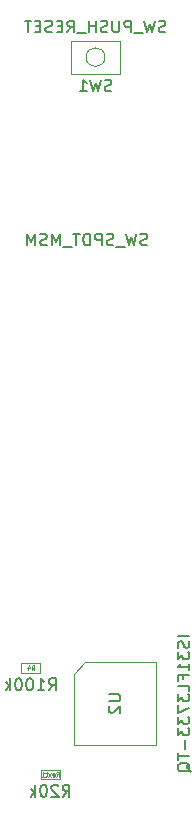
<source format=gbr>
G04 #@! TF.GenerationSoftware,KiCad,Pcbnew,(5.1.6)-1*
G04 #@! TF.CreationDate,2020-11-25T22:12:28-08:00*
G04 #@! TF.ProjectId,ortho_right,6f727468-6f5f-4726-9967-68742e6b6963,rev?*
G04 #@! TF.SameCoordinates,Original*
G04 #@! TF.FileFunction,Other,Fab,Bot*
%FSLAX46Y46*%
G04 Gerber Fmt 4.6, Leading zero omitted, Abs format (unit mm)*
G04 Created by KiCad (PCBNEW (5.1.6)-1) date 2020-11-25 22:12:28*
%MOMM*%
%LPD*%
G01*
G04 APERTURE LIST*
%ADD10C,0.100000*%
%ADD11C,0.150000*%
%ADD12C,0.060000*%
G04 APERTURE END LIST*
D10*
X214327100Y-79177000D02*
X213327100Y-80177000D01*
X220327100Y-79177000D02*
X214327100Y-79177000D01*
X220327100Y-86177000D02*
X220327100Y-79177000D01*
X213327100Y-86177000D02*
X220327100Y-86177000D01*
X213327100Y-80177000D02*
X213327100Y-86177000D01*
X210553400Y-89096800D02*
X212153400Y-89096800D01*
X210553400Y-88296800D02*
X210553400Y-89096800D01*
X212153400Y-88296800D02*
X210553400Y-88296800D01*
X212153400Y-89096800D02*
X212153400Y-88296800D01*
X208902400Y-80079800D02*
X210502400Y-80079800D01*
X208902400Y-79279800D02*
X208902400Y-80079800D01*
X210502400Y-79279800D02*
X208902400Y-79279800D01*
X210502400Y-80079800D02*
X210502400Y-79279800D01*
X215976100Y-27965400D02*
G75*
G03*
X215976100Y-27965400I-800000J0D01*
G01*
X213076100Y-26565400D02*
X213076100Y-29365400D01*
X217276100Y-26565400D02*
X213076100Y-26565400D01*
X217276100Y-29365400D02*
X217276100Y-26565400D01*
X213076100Y-29365400D02*
X217276100Y-29365400D01*
D11*
X223129480Y-76986523D02*
X222129480Y-76986523D01*
X223081861Y-77415095D02*
X223129480Y-77557952D01*
X223129480Y-77796047D01*
X223081861Y-77891285D01*
X223034242Y-77938904D01*
X222939004Y-77986523D01*
X222843766Y-77986523D01*
X222748528Y-77938904D01*
X222700909Y-77891285D01*
X222653290Y-77796047D01*
X222605671Y-77605571D01*
X222558052Y-77510333D01*
X222510433Y-77462714D01*
X222415195Y-77415095D01*
X222319957Y-77415095D01*
X222224719Y-77462714D01*
X222177100Y-77510333D01*
X222129480Y-77605571D01*
X222129480Y-77843666D01*
X222177100Y-77986523D01*
X222129480Y-78319857D02*
X222129480Y-78938904D01*
X222510433Y-78605571D01*
X222510433Y-78748428D01*
X222558052Y-78843666D01*
X222605671Y-78891285D01*
X222700909Y-78938904D01*
X222939004Y-78938904D01*
X223034242Y-78891285D01*
X223081861Y-78843666D01*
X223129480Y-78748428D01*
X223129480Y-78462714D01*
X223081861Y-78367476D01*
X223034242Y-78319857D01*
X223129480Y-79891285D02*
X223129480Y-79319857D01*
X223129480Y-79605571D02*
X222129480Y-79605571D01*
X222272338Y-79510333D01*
X222367576Y-79415095D01*
X222415195Y-79319857D01*
X222605671Y-80653190D02*
X222605671Y-80319857D01*
X223129480Y-80319857D02*
X222129480Y-80319857D01*
X222129480Y-80796047D01*
X223129480Y-81653190D02*
X223129480Y-81177000D01*
X222129480Y-81177000D01*
X222129480Y-81891285D02*
X222129480Y-82510333D01*
X222510433Y-82177000D01*
X222510433Y-82319857D01*
X222558052Y-82415095D01*
X222605671Y-82462714D01*
X222700909Y-82510333D01*
X222939004Y-82510333D01*
X223034242Y-82462714D01*
X223081861Y-82415095D01*
X223129480Y-82319857D01*
X223129480Y-82034142D01*
X223081861Y-81938904D01*
X223034242Y-81891285D01*
X222129480Y-82843666D02*
X222129480Y-83510333D01*
X223129480Y-83081761D01*
X222129480Y-83796047D02*
X222129480Y-84415095D01*
X222510433Y-84081761D01*
X222510433Y-84224619D01*
X222558052Y-84319857D01*
X222605671Y-84367476D01*
X222700909Y-84415095D01*
X222939004Y-84415095D01*
X223034242Y-84367476D01*
X223081861Y-84319857D01*
X223129480Y-84224619D01*
X223129480Y-83938904D01*
X223081861Y-83843666D01*
X223034242Y-83796047D01*
X222129480Y-84748428D02*
X222129480Y-85367476D01*
X222510433Y-85034142D01*
X222510433Y-85177000D01*
X222558052Y-85272238D01*
X222605671Y-85319857D01*
X222700909Y-85367476D01*
X222939004Y-85367476D01*
X223034242Y-85319857D01*
X223081861Y-85272238D01*
X223129480Y-85177000D01*
X223129480Y-84891285D01*
X223081861Y-84796047D01*
X223034242Y-84748428D01*
X222748528Y-85796047D02*
X222748528Y-86557952D01*
X222129480Y-86891285D02*
X222129480Y-87462714D01*
X223129480Y-87177000D02*
X222129480Y-87177000D01*
X223224719Y-88462714D02*
X223177100Y-88367476D01*
X223081861Y-88272238D01*
X222939004Y-88129380D01*
X222891385Y-88034142D01*
X222891385Y-87938904D01*
X223129480Y-87986523D02*
X223081861Y-87891285D01*
X222986623Y-87796047D01*
X222796147Y-87748428D01*
X222462814Y-87748428D01*
X222272338Y-87796047D01*
X222177100Y-87891285D01*
X222129480Y-87986523D01*
X222129480Y-88177000D01*
X222177100Y-88272238D01*
X222272338Y-88367476D01*
X222462814Y-88415095D01*
X222796147Y-88415095D01*
X222986623Y-88367476D01*
X223081861Y-88272238D01*
X223129480Y-88177000D01*
X223129480Y-87986523D01*
X216279480Y-81915095D02*
X217089004Y-81915095D01*
X217184242Y-81962714D01*
X217231861Y-82010333D01*
X217279480Y-82105571D01*
X217279480Y-82296047D01*
X217231861Y-82391285D01*
X217184242Y-82438904D01*
X217089004Y-82486523D01*
X216279480Y-82486523D01*
X216374719Y-82915095D02*
X216327100Y-82962714D01*
X216279480Y-83057952D01*
X216279480Y-83296047D01*
X216327100Y-83391285D01*
X216374719Y-83438904D01*
X216469957Y-83486523D01*
X216565195Y-83486523D01*
X216708052Y-83438904D01*
X217279480Y-82867476D01*
X217279480Y-83486523D01*
X212401019Y-90579180D02*
X212734352Y-90102990D01*
X212972447Y-90579180D02*
X212972447Y-89579180D01*
X212591495Y-89579180D01*
X212496257Y-89626800D01*
X212448638Y-89674419D01*
X212401019Y-89769657D01*
X212401019Y-89912514D01*
X212448638Y-90007752D01*
X212496257Y-90055371D01*
X212591495Y-90102990D01*
X212972447Y-90102990D01*
X212020066Y-89674419D02*
X211972447Y-89626800D01*
X211877209Y-89579180D01*
X211639114Y-89579180D01*
X211543876Y-89626800D01*
X211496257Y-89674419D01*
X211448638Y-89769657D01*
X211448638Y-89864895D01*
X211496257Y-90007752D01*
X212067685Y-90579180D01*
X211448638Y-90579180D01*
X210829590Y-89579180D02*
X210734352Y-89579180D01*
X210639114Y-89626800D01*
X210591495Y-89674419D01*
X210543876Y-89769657D01*
X210496257Y-89960133D01*
X210496257Y-90198228D01*
X210543876Y-90388704D01*
X210591495Y-90483942D01*
X210639114Y-90531561D01*
X210734352Y-90579180D01*
X210829590Y-90579180D01*
X210924828Y-90531561D01*
X210972447Y-90483942D01*
X211020066Y-90388704D01*
X211067685Y-90198228D01*
X211067685Y-89960133D01*
X211020066Y-89769657D01*
X210972447Y-89674419D01*
X210924828Y-89626800D01*
X210829590Y-89579180D01*
X210067685Y-90579180D02*
X210067685Y-89579180D01*
X209972447Y-90198228D02*
X209686733Y-90579180D01*
X209686733Y-89912514D02*
X210067685Y-90293466D01*
D12*
X211867685Y-88877752D02*
X212001019Y-88687276D01*
X212096257Y-88877752D02*
X212096257Y-88477752D01*
X211943876Y-88477752D01*
X211905780Y-88496800D01*
X211886733Y-88515847D01*
X211867685Y-88553942D01*
X211867685Y-88611085D01*
X211886733Y-88649180D01*
X211905780Y-88668228D01*
X211943876Y-88687276D01*
X212096257Y-88687276D01*
X211543876Y-88858704D02*
X211581971Y-88877752D01*
X211658161Y-88877752D01*
X211696257Y-88858704D01*
X211715304Y-88820609D01*
X211715304Y-88668228D01*
X211696257Y-88630133D01*
X211658161Y-88611085D01*
X211581971Y-88611085D01*
X211543876Y-88630133D01*
X211524828Y-88668228D01*
X211524828Y-88706323D01*
X211715304Y-88744419D01*
X211391495Y-88877752D02*
X211181971Y-88611085D01*
X211391495Y-88611085D02*
X211181971Y-88877752D01*
X211086733Y-88611085D02*
X210934352Y-88611085D01*
X211029590Y-88477752D02*
X211029590Y-88820609D01*
X211010542Y-88858704D01*
X210972447Y-88877752D01*
X210934352Y-88877752D01*
X210591495Y-88877752D02*
X210820066Y-88877752D01*
X210705780Y-88877752D02*
X210705780Y-88477752D01*
X210743876Y-88534895D01*
X210781971Y-88572990D01*
X210820066Y-88592038D01*
D11*
X211226209Y-81562180D02*
X211559542Y-81085990D01*
X211797638Y-81562180D02*
X211797638Y-80562180D01*
X211416685Y-80562180D01*
X211321447Y-80609800D01*
X211273828Y-80657419D01*
X211226209Y-80752657D01*
X211226209Y-80895514D01*
X211273828Y-80990752D01*
X211321447Y-81038371D01*
X211416685Y-81085990D01*
X211797638Y-81085990D01*
X210273828Y-81562180D02*
X210845257Y-81562180D01*
X210559542Y-81562180D02*
X210559542Y-80562180D01*
X210654780Y-80705038D01*
X210750019Y-80800276D01*
X210845257Y-80847895D01*
X209654780Y-80562180D02*
X209559542Y-80562180D01*
X209464304Y-80609800D01*
X209416685Y-80657419D01*
X209369066Y-80752657D01*
X209321447Y-80943133D01*
X209321447Y-81181228D01*
X209369066Y-81371704D01*
X209416685Y-81466942D01*
X209464304Y-81514561D01*
X209559542Y-81562180D01*
X209654780Y-81562180D01*
X209750019Y-81514561D01*
X209797638Y-81466942D01*
X209845257Y-81371704D01*
X209892876Y-81181228D01*
X209892876Y-80943133D01*
X209845257Y-80752657D01*
X209797638Y-80657419D01*
X209750019Y-80609800D01*
X209654780Y-80562180D01*
X208702400Y-80562180D02*
X208607161Y-80562180D01*
X208511923Y-80609800D01*
X208464304Y-80657419D01*
X208416685Y-80752657D01*
X208369066Y-80943133D01*
X208369066Y-81181228D01*
X208416685Y-81371704D01*
X208464304Y-81466942D01*
X208511923Y-81514561D01*
X208607161Y-81562180D01*
X208702400Y-81562180D01*
X208797638Y-81514561D01*
X208845257Y-81466942D01*
X208892876Y-81371704D01*
X208940495Y-81181228D01*
X208940495Y-80943133D01*
X208892876Y-80752657D01*
X208845257Y-80657419D01*
X208797638Y-80609800D01*
X208702400Y-80562180D01*
X207940495Y-81562180D02*
X207940495Y-80562180D01*
X207845257Y-81181228D02*
X207559542Y-81562180D01*
X207559542Y-80895514D02*
X207940495Y-81276466D01*
D12*
X209769066Y-79860752D02*
X209902400Y-79670276D01*
X209997638Y-79860752D02*
X209997638Y-79460752D01*
X209845257Y-79460752D01*
X209807161Y-79479800D01*
X209788114Y-79498847D01*
X209769066Y-79536942D01*
X209769066Y-79594085D01*
X209788114Y-79632180D01*
X209807161Y-79651228D01*
X209845257Y-79670276D01*
X209997638Y-79670276D01*
X209426209Y-79594085D02*
X209426209Y-79860752D01*
X209521447Y-79441704D02*
X209616685Y-79727419D01*
X209369066Y-79727419D01*
D11*
X219546338Y-43858761D02*
X219403480Y-43906380D01*
X219165385Y-43906380D01*
X219070147Y-43858761D01*
X219022528Y-43811142D01*
X218974909Y-43715904D01*
X218974909Y-43620666D01*
X219022528Y-43525428D01*
X219070147Y-43477809D01*
X219165385Y-43430190D01*
X219355861Y-43382571D01*
X219451100Y-43334952D01*
X219498719Y-43287333D01*
X219546338Y-43192095D01*
X219546338Y-43096857D01*
X219498719Y-43001619D01*
X219451100Y-42954000D01*
X219355861Y-42906380D01*
X219117766Y-42906380D01*
X218974909Y-42954000D01*
X218641576Y-42906380D02*
X218403480Y-43906380D01*
X218213004Y-43192095D01*
X218022528Y-43906380D01*
X217784433Y-42906380D01*
X217641576Y-44001619D02*
X216879671Y-44001619D01*
X216689195Y-43858761D02*
X216546338Y-43906380D01*
X216308242Y-43906380D01*
X216213004Y-43858761D01*
X216165385Y-43811142D01*
X216117766Y-43715904D01*
X216117766Y-43620666D01*
X216165385Y-43525428D01*
X216213004Y-43477809D01*
X216308242Y-43430190D01*
X216498719Y-43382571D01*
X216593957Y-43334952D01*
X216641576Y-43287333D01*
X216689195Y-43192095D01*
X216689195Y-43096857D01*
X216641576Y-43001619D01*
X216593957Y-42954000D01*
X216498719Y-42906380D01*
X216260623Y-42906380D01*
X216117766Y-42954000D01*
X215689195Y-43906380D02*
X215689195Y-42906380D01*
X215308242Y-42906380D01*
X215213004Y-42954000D01*
X215165385Y-43001619D01*
X215117766Y-43096857D01*
X215117766Y-43239714D01*
X215165385Y-43334952D01*
X215213004Y-43382571D01*
X215308242Y-43430190D01*
X215689195Y-43430190D01*
X214689195Y-43906380D02*
X214689195Y-42906380D01*
X214451100Y-42906380D01*
X214308242Y-42954000D01*
X214213004Y-43049238D01*
X214165385Y-43144476D01*
X214117766Y-43334952D01*
X214117766Y-43477809D01*
X214165385Y-43668285D01*
X214213004Y-43763523D01*
X214308242Y-43858761D01*
X214451100Y-43906380D01*
X214689195Y-43906380D01*
X213832052Y-42906380D02*
X213260623Y-42906380D01*
X213546338Y-43906380D02*
X213546338Y-42906380D01*
X213165385Y-44001619D02*
X212403480Y-44001619D01*
X212165385Y-43906380D02*
X212165385Y-42906380D01*
X211832052Y-43620666D01*
X211498719Y-42906380D01*
X211498719Y-43906380D01*
X211070147Y-43858761D02*
X210927290Y-43906380D01*
X210689195Y-43906380D01*
X210593957Y-43858761D01*
X210546338Y-43811142D01*
X210498719Y-43715904D01*
X210498719Y-43620666D01*
X210546338Y-43525428D01*
X210593957Y-43477809D01*
X210689195Y-43430190D01*
X210879671Y-43382571D01*
X210974909Y-43334952D01*
X211022528Y-43287333D01*
X211070147Y-43192095D01*
X211070147Y-43096857D01*
X211022528Y-43001619D01*
X210974909Y-42954000D01*
X210879671Y-42906380D01*
X210641576Y-42906380D01*
X210498719Y-42954000D01*
X210070147Y-43906380D02*
X210070147Y-42906380D01*
X209736814Y-43620666D01*
X209403480Y-42906380D01*
X209403480Y-43906380D01*
X221080861Y-25820161D02*
X220938004Y-25867780D01*
X220699909Y-25867780D01*
X220604671Y-25820161D01*
X220557052Y-25772542D01*
X220509433Y-25677304D01*
X220509433Y-25582066D01*
X220557052Y-25486828D01*
X220604671Y-25439209D01*
X220699909Y-25391590D01*
X220890385Y-25343971D01*
X220985623Y-25296352D01*
X221033242Y-25248733D01*
X221080861Y-25153495D01*
X221080861Y-25058257D01*
X221033242Y-24963019D01*
X220985623Y-24915400D01*
X220890385Y-24867780D01*
X220652290Y-24867780D01*
X220509433Y-24915400D01*
X220176100Y-24867780D02*
X219938004Y-25867780D01*
X219747528Y-25153495D01*
X219557052Y-25867780D01*
X219318957Y-24867780D01*
X219176100Y-25963019D02*
X218414195Y-25963019D01*
X218176100Y-25867780D02*
X218176100Y-24867780D01*
X217795147Y-24867780D01*
X217699909Y-24915400D01*
X217652290Y-24963019D01*
X217604671Y-25058257D01*
X217604671Y-25201114D01*
X217652290Y-25296352D01*
X217699909Y-25343971D01*
X217795147Y-25391590D01*
X218176100Y-25391590D01*
X217176100Y-24867780D02*
X217176100Y-25677304D01*
X217128480Y-25772542D01*
X217080861Y-25820161D01*
X216985623Y-25867780D01*
X216795147Y-25867780D01*
X216699909Y-25820161D01*
X216652290Y-25772542D01*
X216604671Y-25677304D01*
X216604671Y-24867780D01*
X216176100Y-25820161D02*
X216033242Y-25867780D01*
X215795147Y-25867780D01*
X215699909Y-25820161D01*
X215652290Y-25772542D01*
X215604671Y-25677304D01*
X215604671Y-25582066D01*
X215652290Y-25486828D01*
X215699909Y-25439209D01*
X215795147Y-25391590D01*
X215985623Y-25343971D01*
X216080861Y-25296352D01*
X216128480Y-25248733D01*
X216176100Y-25153495D01*
X216176100Y-25058257D01*
X216128480Y-24963019D01*
X216080861Y-24915400D01*
X215985623Y-24867780D01*
X215747528Y-24867780D01*
X215604671Y-24915400D01*
X215176100Y-25867780D02*
X215176100Y-24867780D01*
X215176100Y-25343971D02*
X214604671Y-25343971D01*
X214604671Y-25867780D02*
X214604671Y-24867780D01*
X214366576Y-25963019D02*
X213604671Y-25963019D01*
X212795147Y-25867780D02*
X213128480Y-25391590D01*
X213366576Y-25867780D02*
X213366576Y-24867780D01*
X212985623Y-24867780D01*
X212890385Y-24915400D01*
X212842766Y-24963019D01*
X212795147Y-25058257D01*
X212795147Y-25201114D01*
X212842766Y-25296352D01*
X212890385Y-25343971D01*
X212985623Y-25391590D01*
X213366576Y-25391590D01*
X212366576Y-25343971D02*
X212033242Y-25343971D01*
X211890385Y-25867780D02*
X212366576Y-25867780D01*
X212366576Y-24867780D01*
X211890385Y-24867780D01*
X211509433Y-25820161D02*
X211366576Y-25867780D01*
X211128480Y-25867780D01*
X211033242Y-25820161D01*
X210985623Y-25772542D01*
X210938004Y-25677304D01*
X210938004Y-25582066D01*
X210985623Y-25486828D01*
X211033242Y-25439209D01*
X211128480Y-25391590D01*
X211318957Y-25343971D01*
X211414195Y-25296352D01*
X211461814Y-25248733D01*
X211509433Y-25153495D01*
X211509433Y-25058257D01*
X211461814Y-24963019D01*
X211414195Y-24915400D01*
X211318957Y-24867780D01*
X211080861Y-24867780D01*
X210938004Y-24915400D01*
X210509433Y-25343971D02*
X210176100Y-25343971D01*
X210033242Y-25867780D02*
X210509433Y-25867780D01*
X210509433Y-24867780D01*
X210033242Y-24867780D01*
X209747528Y-24867780D02*
X209176100Y-24867780D01*
X209461814Y-25867780D02*
X209461814Y-24867780D01*
X216509433Y-30820161D02*
X216366576Y-30867780D01*
X216128480Y-30867780D01*
X216033242Y-30820161D01*
X215985623Y-30772542D01*
X215938004Y-30677304D01*
X215938004Y-30582066D01*
X215985623Y-30486828D01*
X216033242Y-30439209D01*
X216128480Y-30391590D01*
X216318957Y-30343971D01*
X216414195Y-30296352D01*
X216461814Y-30248733D01*
X216509433Y-30153495D01*
X216509433Y-30058257D01*
X216461814Y-29963019D01*
X216414195Y-29915400D01*
X216318957Y-29867780D01*
X216080861Y-29867780D01*
X215938004Y-29915400D01*
X215604671Y-29867780D02*
X215366576Y-30867780D01*
X215176100Y-30153495D01*
X214985623Y-30867780D01*
X214747528Y-29867780D01*
X213842766Y-30867780D02*
X214414195Y-30867780D01*
X214128480Y-30867780D02*
X214128480Y-29867780D01*
X214223719Y-30010638D01*
X214318957Y-30105876D01*
X214414195Y-30153495D01*
M02*

</source>
